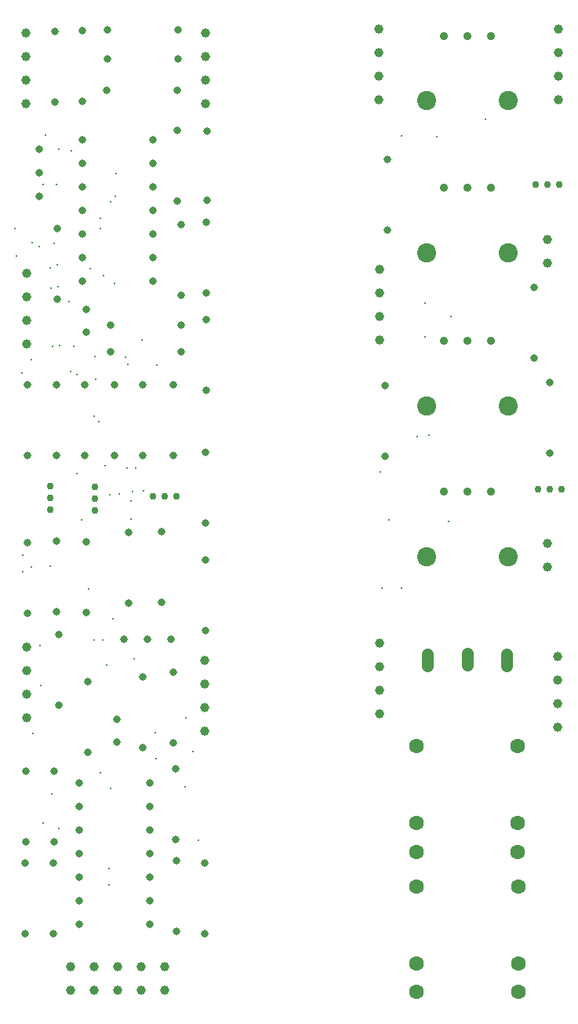
<source format=gbr>
%TF.GenerationSoftware,KiCad,Pcbnew,7.0.11-7.0.11~ubuntu22.04.1*%
%TF.CreationDate,2024-09-21T00:23:01-04:00*%
%TF.ProjectId,ad-vca,61642d76-6361-42e6-9b69-6361645f7063,rev?*%
%TF.SameCoordinates,Original*%
%TF.FileFunction,Plated,1,2,PTH,Mixed*%
%TF.FilePolarity,Positive*%
%FSLAX46Y46*%
G04 Gerber Fmt 4.6, Leading zero omitted, Abs format (unit mm)*
G04 Created by KiCad (PCBNEW 7.0.11-7.0.11~ubuntu22.04.1) date 2024-09-21 00:23:01*
%MOMM*%
%LPD*%
G01*
G04 APERTURE LIST*
%TA.AperFunction,ViaDrill*%
%ADD10C,0.300000*%
%TD*%
%TA.AperFunction,ComponentDrill*%
%ADD11C,0.750000*%
%TD*%
%TA.AperFunction,ComponentDrill*%
%ADD12C,0.800000*%
%TD*%
%TA.AperFunction,ComponentDrill*%
%ADD13C,0.889000*%
%TD*%
%TA.AperFunction,ComponentDrill*%
%ADD14C,1.000000*%
%TD*%
%TA.AperFunction,ComponentDrill*%
%ADD15C,1.000760*%
%TD*%
G04 aperture for slot hole*
%TA.AperFunction,ComponentDrill*%
%ADD16C,1.250000*%
%TD*%
%TA.AperFunction,ComponentDrill*%
%ADD17C,1.600000*%
%TD*%
%TA.AperFunction,ComponentDrill*%
%ADD18C,2.057400*%
%TD*%
G04 APERTURE END LIST*
D10*
X100860000Y-63068528D03*
X101042000Y-66010528D03*
X101590000Y-78648528D03*
X101662874Y-100078528D03*
X101710000Y-98328528D03*
X102580000Y-99538528D03*
X102634737Y-77223840D03*
X102690000Y-64548528D03*
X102740000Y-117508528D03*
X103434480Y-65016386D03*
X103580000Y-108018528D03*
X103630000Y-112348528D03*
X103890000Y-58318528D03*
X103910000Y-127188528D03*
X104150000Y-52958528D03*
X104640000Y-67328528D03*
X104670000Y-99468528D03*
X104670000Y-99468528D03*
X104740000Y-69528528D03*
X104770000Y-124048528D03*
X104890000Y-75758528D03*
X105050000Y-64678528D03*
X105330025Y-58328503D03*
X105410207Y-66974271D03*
X105514092Y-69328528D03*
X105550000Y-127738528D03*
X105590000Y-54508528D03*
X105684904Y-75668352D03*
X106705025Y-70923503D03*
X106820000Y-78468528D03*
X106930000Y-54708528D03*
X107200000Y-75788528D03*
X107480000Y-89488528D03*
X107534040Y-78829293D03*
X108010000Y-94468528D03*
X108820000Y-101948528D03*
X109000000Y-67418528D03*
X109344288Y-83342866D03*
X109350851Y-107419378D03*
X109470000Y-76878528D03*
X109553438Y-79298873D03*
X109909975Y-83908553D03*
X110030000Y-61966665D03*
X110030000Y-63068528D03*
X110100000Y-121718528D03*
X110340801Y-107419378D03*
X110420000Y-68158528D03*
X110570000Y-88638528D03*
X110750000Y-110168528D03*
X110950000Y-133838528D03*
X111000000Y-132048528D03*
X111080000Y-91788528D03*
X111179143Y-123467814D03*
X111180000Y-60208528D03*
X111400000Y-105149051D03*
X111610000Y-69009710D03*
X111700000Y-59588528D03*
X111740000Y-57178528D03*
X112087368Y-91657793D03*
X112800000Y-76988528D03*
X112910000Y-88858528D03*
X113031711Y-77754239D03*
X113385517Y-92453287D03*
X113400000Y-94417386D03*
X113560000Y-91453107D03*
X113671950Y-109458528D03*
X113904975Y-88863553D03*
X114570000Y-75118528D03*
X114694998Y-91318528D03*
X116010000Y-117448528D03*
X116065743Y-120245793D03*
X116171176Y-77758183D03*
X119200000Y-123228528D03*
X119280000Y-115828528D03*
X120080000Y-119458528D03*
X120670000Y-129045923D03*
X140264000Y-89320000D03*
X140472000Y-101870000D03*
X141218000Y-94440000D03*
X142532000Y-53050000D03*
X142582000Y-101870000D03*
X144258359Y-85523412D03*
X145092000Y-71120000D03*
X145112137Y-74791642D03*
X145552000Y-85340000D03*
X146352000Y-53150000D03*
X147622000Y-94670000D03*
X147912000Y-72570000D03*
X151672000Y-51300000D03*
D11*
%TO.C,Q2*%
X104610000Y-90868528D03*
X104610000Y-92138528D03*
X104610000Y-93408528D03*
%TO.C,Q1*%
X109480000Y-90958528D03*
X109480000Y-92228528D03*
X109480000Y-93498528D03*
%TO.C,Q5*%
X115720000Y-91978528D03*
X116990000Y-91978528D03*
X118260000Y-91978528D03*
%TO.C,Q3*%
X157020000Y-58300000D03*
%TO.C,Q4*%
X157274000Y-91214000D03*
%TO.C,Q3*%
X158290000Y-58300000D03*
%TO.C,Q4*%
X158544000Y-91214000D03*
%TO.C,Q3*%
X159560000Y-58300000D03*
%TO.C,Q4*%
X159814000Y-91214000D03*
D12*
%TO.C,R20*%
X101914000Y-131456528D03*
X101914000Y-139076528D03*
%TO.C,R25*%
X102010000Y-121538528D03*
X102010000Y-129158528D03*
%TO.C,R3*%
X102168000Y-79894528D03*
X102168000Y-87514528D03*
%TO.C,R7*%
X102168000Y-96912528D03*
X102168000Y-104532528D03*
%TO.C,TRIM1*%
X103438000Y-54494528D03*
X103438000Y-57034528D03*
X103438000Y-59574528D03*
%TO.C,R22*%
X104962000Y-131456528D03*
X104962000Y-139076528D03*
%TO.C,R6*%
X105040000Y-121558528D03*
X105040000Y-129178528D03*
%TO.C,D5*%
X105190000Y-41788528D03*
X105190000Y-49408528D03*
%TO.C,R21*%
X105300000Y-96748528D03*
X105300000Y-104368528D03*
%TO.C,R32*%
X105360000Y-79878528D03*
X105360000Y-87498528D03*
%TO.C,R1*%
X105420000Y-63088528D03*
X105420000Y-70708528D03*
%TO.C,R12*%
X105550000Y-106828528D03*
X105550000Y-114448528D03*
%TO.C,U2*%
X107756000Y-122820528D03*
X107756000Y-125360528D03*
X107756000Y-127900528D03*
X107756000Y-130440528D03*
X107756000Y-132980528D03*
X107756000Y-135520528D03*
X107756000Y-138060528D03*
%TO.C,U1*%
X108130000Y-53458528D03*
X108130000Y-55998528D03*
X108130000Y-58538528D03*
X108130000Y-61078528D03*
X108130000Y-63618528D03*
X108130000Y-66158528D03*
X108130000Y-68698528D03*
%TO.C,R5*%
X108150000Y-41758528D03*
X108150000Y-49378528D03*
%TO.C,R35*%
X108400000Y-79898528D03*
X108400000Y-87518528D03*
%TO.C,C2*%
X108518000Y-71766528D03*
X108518000Y-74266528D03*
%TO.C,R17*%
X108550000Y-96838528D03*
X108550000Y-104458528D03*
%TO.C,R19*%
X108690000Y-111948528D03*
X108690000Y-119568528D03*
%TO.C,R29*%
X110740000Y-48128528D03*
%TO.C,R15*%
X110790000Y-41648528D03*
%TO.C,R24*%
X110820000Y-44798528D03*
%TO.C,D3*%
X111120000Y-73508528D03*
%TO.C,D4*%
X111140000Y-76368528D03*
%TO.C,R33*%
X111566000Y-79894528D03*
X111566000Y-87514528D03*
%TO.C,C3*%
X111820000Y-115962528D03*
X111820000Y-118462528D03*
%TO.C,TRIM2*%
X112570000Y-107338528D03*
%TO.C,R9*%
X113070000Y-95858528D03*
X113070000Y-103478528D03*
%TO.C,R34*%
X114614000Y-79894528D03*
X114614000Y-87514528D03*
%TO.C,R11*%
X114614000Y-111390528D03*
X114614000Y-119010528D03*
%TO.C,TRIM2*%
X115110000Y-107338528D03*
%TO.C,U2*%
X115376000Y-122820528D03*
X115376000Y-125360528D03*
X115376000Y-127900528D03*
X115376000Y-130440528D03*
X115376000Y-132980528D03*
X115376000Y-135520528D03*
X115376000Y-138060528D03*
%TO.C,U1*%
X115750000Y-53458528D03*
X115750000Y-55998528D03*
X115750000Y-58538528D03*
X115750000Y-61078528D03*
X115750000Y-63618528D03*
X115750000Y-66158528D03*
X115750000Y-68698528D03*
%TO.C,R4*%
X116680000Y-95778528D03*
X116680000Y-103398528D03*
%TO.C,TRIM2*%
X117650000Y-107338528D03*
%TO.C,R8*%
X117916000Y-79894528D03*
X117916000Y-87514528D03*
%TO.C,R18*%
X117916000Y-110882528D03*
X117916000Y-118502528D03*
%TO.C,R13*%
X118170000Y-121296528D03*
X118170000Y-128916528D03*
%TO.C,R16*%
X118260000Y-131188528D03*
X118260000Y-138808528D03*
%TO.C,R29*%
X118360000Y-48128528D03*
%TO.C,R28*%
X118380000Y-52478528D03*
X118380000Y-60098528D03*
%TO.C,R15*%
X118410000Y-41648528D03*
%TO.C,R24*%
X118440000Y-44798528D03*
%TO.C,D3*%
X118740000Y-73508528D03*
%TO.C,D4*%
X118760000Y-76368528D03*
%TO.C,D2*%
X118810000Y-62618528D03*
X118810000Y-70238528D03*
%TO.C,R10*%
X121310000Y-131508528D03*
X121310000Y-139128528D03*
%TO.C,R14*%
X121420000Y-98808528D03*
X121420000Y-106428528D03*
%TO.C,R23*%
X121430000Y-87218528D03*
X121430000Y-94838528D03*
%TO.C,D1*%
X121450000Y-62408528D03*
X121450000Y-70028528D03*
%TO.C,R2*%
X121450000Y-72858528D03*
X121450000Y-80478528D03*
%TO.C,C1*%
X121540000Y-52558528D03*
X121540000Y-60058528D03*
%TO.C,R31*%
X140764000Y-80038000D03*
X140764000Y-87658000D03*
%TO.C,R26*%
X141018000Y-55654000D03*
X141018000Y-63274000D03*
%TO.C,R27*%
X156852000Y-69380000D03*
X156852000Y-77000000D03*
%TO.C,R30*%
X158532000Y-79680000D03*
X158532000Y-87300000D03*
D13*
%TO.C,POT1*%
X147113837Y-42291757D03*
%TO.C,POT2*%
X147113837Y-58700157D03*
%TO.C,POT3*%
X147113837Y-75210157D03*
%TO.C,POT4*%
X147113837Y-91466157D03*
%TO.C,POT1*%
X149653837Y-42291757D03*
%TO.C,POT2*%
X149653837Y-58700157D03*
%TO.C,POT3*%
X149653837Y-75210157D03*
%TO.C,POT4*%
X149653837Y-91466157D03*
%TO.C,POT1*%
X152193837Y-42291757D03*
%TO.C,POT2*%
X152193837Y-58700157D03*
%TO.C,POT3*%
X152193837Y-75210157D03*
%TO.C,POT4*%
X152193837Y-91466157D03*
D14*
%TO.C,J10*%
X102040000Y-41948528D03*
X102040000Y-44488528D03*
X102040000Y-47028528D03*
X102040000Y-49568528D03*
%TO.C,J15*%
X102070000Y-67858528D03*
X102070000Y-70398528D03*
X102070000Y-72938528D03*
X102070000Y-75478528D03*
%TO.C,J2*%
X102070000Y-108168528D03*
X102070000Y-110708528D03*
X102070000Y-113248528D03*
X102070000Y-115788528D03*
%TO.C,J1*%
X106860000Y-142668528D03*
X106860000Y-145208528D03*
X109400000Y-142668528D03*
X109400000Y-145208528D03*
X111940000Y-142668528D03*
X111940000Y-145208528D03*
X114480000Y-142668528D03*
X114480000Y-145208528D03*
X117020000Y-142668528D03*
X117020000Y-145208528D03*
%TO.C,J11*%
X121360000Y-109612528D03*
X121360000Y-112152528D03*
X121360000Y-114692528D03*
X121360000Y-117232528D03*
%TO.C,J7*%
X121380000Y-41968528D03*
X121380000Y-44508528D03*
X121380000Y-47048528D03*
X121380000Y-49588528D03*
%TO.C,J12*%
X140130000Y-41530000D03*
X140130000Y-44070000D03*
X140130000Y-46610000D03*
X140130000Y-49150000D03*
%TO.C,J14*%
X140160000Y-67440000D03*
X140160000Y-69980000D03*
X140160000Y-72520000D03*
X140160000Y-75060000D03*
%TO.C,J8*%
X140170000Y-107740000D03*
X140170000Y-110280000D03*
X140170000Y-112820000D03*
X140170000Y-115360000D03*
%TO.C,J13*%
X159450000Y-109194000D03*
X159450000Y-111734000D03*
X159450000Y-114274000D03*
X159450000Y-116814000D03*
%TO.C,J9*%
X159470000Y-41550000D03*
X159470000Y-44090000D03*
X159470000Y-46630000D03*
X159470000Y-49170000D03*
D15*
%TO.C,D7*%
X158290000Y-64290000D03*
X158290000Y-66830000D03*
%TO.C,D6*%
X158290000Y-97056000D03*
X158290000Y-99596000D03*
D16*
%TO.C,SW1*%
X145404000Y-110217000D02*
X145404000Y-108967000D01*
X149654000Y-110127000D02*
X149654000Y-108877000D01*
X153904000Y-110217000D02*
X153904000Y-108967000D01*
D17*
%TO.C,J5*%
X144172000Y-118884000D03*
X144172000Y-127184000D03*
X144172000Y-130284000D03*
%TO.C,J3*%
X144172000Y-134004000D03*
X144172000Y-142304000D03*
X144172000Y-145404000D03*
%TO.C,J6*%
X155072000Y-118900000D03*
X155072000Y-127200000D03*
X155072000Y-130300000D03*
%TO.C,J4*%
X155172000Y-134004000D03*
X155172000Y-142304000D03*
X155172000Y-145404000D03*
D18*
%TO.C,POT1*%
X145259637Y-49302157D03*
%TO.C,POT2*%
X145259637Y-65710557D03*
%TO.C,POT3*%
X145259637Y-82220557D03*
%TO.C,POT4*%
X145259637Y-98476557D03*
%TO.C,POT1*%
X154048037Y-49302157D03*
%TO.C,POT2*%
X154048037Y-65710557D03*
%TO.C,POT3*%
X154048037Y-82220557D03*
%TO.C,POT4*%
X154048037Y-98476557D03*
M02*

</source>
